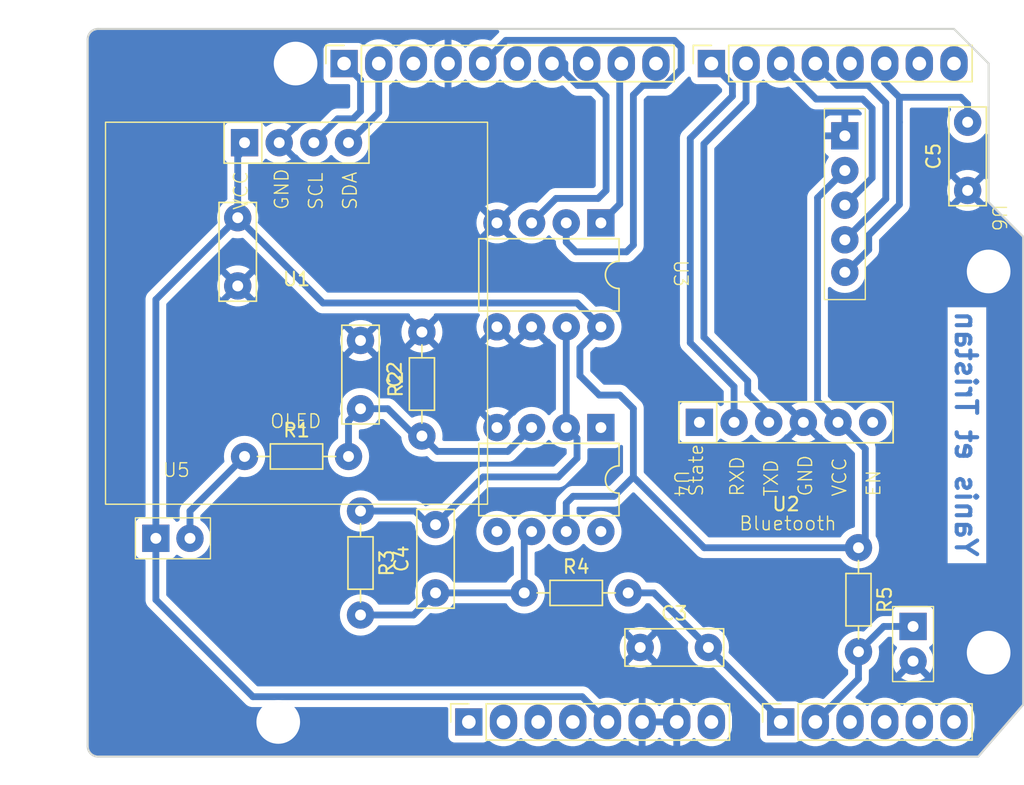
<source format=kicad_pcb>
(kicad_pcb (version 20240108) (generator "pcbnew") (generator_version "8.0")
  (title_block (date "mar. 31 mars 2015"))
  (layers (0 "F.Cu" signal) (31 "B.Cu" signal) (34 "B.Paste" user) (35 "F.Paste" user) (36 "B.SilkS" user "B.Silkscreen") (37 "F.SilkS" user "F.Silkscreen") (38 "B.Mask" user) (39 "F.Mask" user) (44 "Edge.Cuts" user))
  (net 0 "")
  (net 1 "GND")
  (net 3 "+5V")
  (net 4 "/IOREF")
  (net 5 "/A2")
  (net 6 "/A3")
  (net 7 "/12")
  (net 8 "/AREF")
  (net 9 "P13")
  (net 10 "/TX{slash}1")
  (net 11 "/*3")
  (net 12 "/RX{slash}0")
  (net 13 "+3V3")
  (net 14 "VCC")
  (net 15 "/~{RESET}")
  (net 16 "Net-(C2-Pad2)")
  (net 17 "Net-(C4-Pad1)")
  (net 18 "Net-(U3-PB0)")
  (net 21 "/*10")
  (net 22 "P11")
  (net 23 "Net-(U5-OUT)")
  (net 24 "A1")
  (net 25 "P2")
  (net 26 "A5")
  (net 27 "A4")
  (net 28 "A0")
  (net 29 "P7")
  (net 30 "P6")
  (net 31 "P4")
  (net 32 "P5")
  (net 33 "/8")
  (net 34 "P9")
  (footprint "Connector_PinSocket_2.54mm:PinSocket_1x08_P2.54mm_Vertical" (layer "F.Cu") (at 127.94 97.46 90)
    (property "Reference" "J1" (hide yes))
    (property "Value" "Power")
    (fp_line (start 1.33 -1.33) (end 1.33 0) (stroke (width 0.12)) (layer "F.SilkS"))
    (fp_line (start 0 -1.33) (end 1.33 -1.33) (stroke (width 0.12)) (layer "F.SilkS"))
    (fp_line (start 1.33 1.27) (end 1.33 19.11) (stroke (width 0.12)) (layer "F.SilkS"))
    (fp_line (start -1.33 1.27) (end 1.33 1.27) (stroke (width 0.12)) (layer "F.SilkS"))
    (fp_line (start -1.33 1.27) (end -1.33 19.11) (stroke (width 0.12)) (layer "F.SilkS"))
    (fp_line (start -1.33 19.11) (end 1.33 19.11) (stroke (width 0.12)) (layer "F.SilkS"))
    (pad "1" thru_hole rect (at 0 0 90) (size 2 2) (drill 1) (layers "*.Cu" "*.Mask"))
    (pad "2" thru_hole oval (at 0 2.54 90) (size 2.54 2) (drill 1) (layers "*.Cu" "*.Mask") (net 4 "/IOREF"))
    (pad "3" thru_hole oval (at 0 5.08 90) (size 2.54 2) (drill 1) (layers "*.Cu" "*.Mask") (net 15 "/~{RESET}"))
    (pad "4" thru_hole oval (at 0 7.62 90) (size 2.54 2) (drill 1) (layers "*.Cu" "*.Mask") (net 13 "+3V3"))
    (pad "5" thru_hole oval (at 0 10.16 90) (size 2.54 2) (drill 1) (layers "*.Cu" "*.Mask") (net 3 "+5V"))
    (pad "6" thru_hole oval (at 0 12.7 90) (size 2.54 2) (drill 1) (layers "*.Cu" "*.Mask") (net 1 "GND"))
    (pad "7" thru_hole oval (at 0 15.24 90) (size 2.54 2) (drill 1) (layers "*.Cu" "*.Mask") (net 1 "GND"))
    (pad "8" thru_hole oval (at 0 17.78 90) (size 2.54 2) (drill 1) (layers "*.Cu" "*.Mask") (net 14 "VCC"))
  )
  (footprint "Connector_PinSocket_2.54mm:PinSocket_1x06_P2.54mm_Vertical" (layer "F.Cu") (at 150.8 97.46 90)
    (property "Reference" "J3" (hide yes))
    (property "Value" "Analog")
    (fp_line (start 1.33 -1.33) (end 1.33 0) (stroke (width 0.12)) (layer "F.SilkS"))
    (fp_line (start 0 -1.33) (end 1.33 -1.33) (stroke (width 0.12)) (layer "F.SilkS"))
    (fp_line (start 1.33 1.27) (end 1.33 14.03) (stroke (width 0.12)) (layer "F.SilkS"))
    (fp_line (start -1.33 1.27) (end 1.33 1.27) (stroke (width 0.12)) (layer "F.SilkS"))
    (fp_line (start -1.33 1.27) (end -1.33 14.03) (stroke (width 0.12)) (layer "F.SilkS"))
    (fp_line (start -1.33 14.03) (end 1.33 14.03) (stroke (width 0.12)) (layer "F.SilkS"))
    (pad "1" thru_hole rect (at 0 0 90) (size 2 2) (drill 1) (layers "*.Cu" "*.Mask") (net 28 "A0"))
    (pad "2" thru_hole oval (at 0 2.54 90) (size 2.54 2) (drill 1) (layers "*.Cu" "*.Mask") (net 24 "A1"))
    (pad "3" thru_hole oval (at 0 5.08 90) (size 2.54 2) (drill 1) (layers "*.Cu" "*.Mask") (net 5 "/A2"))
    (pad "4" thru_hole oval (at 0 7.62 90) (size 2.54 2) (drill 1) (layers "*.Cu" "*.Mask") (net 6 "/A3"))
    (pad "5" thru_hole oval (at 0 10.16 90) (size 2.54 2) (drill 1) (layers "*.Cu" "*.Mask") (net 27 "A4"))
    (pad "6" thru_hole oval (at 0 12.7 90) (size 2.54 2) (drill 1) (layers "*.Cu" "*.Mask") (net 26 "A5"))
  )
  (footprint "Connector_PinSocket_2.54mm:PinSocket_1x10_P2.54mm_Vertical" (layer "F.Cu") (at 118.796 49.2 90)
    (property "Reference" "J2" (hide yes))
    (property "Value" "Digital/PWM")
    (fp_line (start 1.33 -1.33) (end 1.33 0) (stroke (width 0.12)) (layer "F.SilkS"))
    (fp_line (start 0 -1.33) (end 1.33 -1.33) (stroke (width 0.12)) (layer "F.SilkS"))
    (fp_line (start 1.33 1.27) (end 1.33 24.19) (stroke (width 0.12)) (layer "F.SilkS"))
    (fp_line (start -1.33 1.27) (end 1.33 1.27) (stroke (width 0.12)) (layer "F.SilkS"))
    (fp_line (start -1.33 1.27) (end -1.33 24.19) (stroke (width 0.12)) (layer "F.SilkS"))
    (fp_line (start -1.33 24.19) (end 1.33 24.19) (stroke (width 0.12)) (layer "F.SilkS"))
    (pad "1" thru_hole rect (at 0 0 90) (size 2 2) (drill 1) (layers "*.Cu" "*.Mask") (net 26 "A5"))
    (pad "2" thru_hole oval (at 0 2.54 90) (size 2.54 2) (drill 1) (layers "*.Cu" "*.Mask") (net 27 "A4"))
    (pad "3" thru_hole oval (at 0 5.08 90) (size 2.54 2) (drill 1) (layers "*.Cu" "*.Mask") (net 8 "/AREF"))
    (pad "4" thru_hole oval (at 0 7.62 90) (size 2.54 2) (drill 1) (layers "*.Cu" "*.Mask") (net 1 "GND"))
    (pad "5" thru_hole oval (at 0 10.16 90) (size 2.54 2) (drill 1) (layers "*.Cu" "*.Mask") (net 9 "P13"))
    (pad "6" thru_hole oval (at 0 12.7 90) (size 2.54 2) (drill 1) (layers "*.Cu" "*.Mask") (net 7 "/12"))
    (pad "7" thru_hole oval (at 0 15.24 90) (size 2.54 2) (drill 1) (layers "*.Cu" "*.Mask") (net 22 "P11"))
    (pad "8" thru_hole oval (at 0 17.78 90) (size 2.54 2) (drill 1) (layers "*.Cu" "*.Mask") (net 21 "/*10"))
    (pad "9" thru_hole oval (at 0 20.32 90) (size 2.54 2) (drill 1) (layers "*.Cu" "*.Mask") (net 34 "P9"))
    (pad "10" thru_hole oval (at 0 22.86 90) (size 2.54 2) (drill 1) (layers "*.Cu" "*.Mask") (net 33 "/8"))
  )
  (footprint "Connector_PinSocket_2.54mm:PinSocket_1x08_P2.54mm_Vertical" (layer "F.Cu") (at 145.72 49.2 90)
    (property "Reference" "J4" (hide yes))
    (property "Value" "Digital/PWM")
    (fp_line (start 1.33 -1.33) (end 1.33 0) (stroke (width 0.12)) (layer "F.SilkS"))
    (fp_line (start 0 -1.33) (end 1.33 -1.33) (stroke (width 0.12)) (layer "F.SilkS"))
    (fp_line (start 1.33 1.27) (end 1.33 19.11) (stroke (width 0.12)) (layer "F.SilkS"))
    (fp_line (start -1.33 1.27) (end 1.33 1.27) (stroke (width 0.12)) (layer "F.SilkS"))
    (fp_line (start -1.33 1.27) (end -1.33 19.11) (stroke (width 0.12)) (layer "F.SilkS"))
    (fp_line (start -1.33 19.11) (end 1.33 19.11) (stroke (width 0.12)) (layer "F.SilkS"))
    (pad "1" thru_hole rect (at 0 0 90) (size 2 2) (drill 1) (layers "*.Cu" "*.Mask") (net 29 "P7"))
    (pad "2" thru_hole oval (at 0 2.54 90) (size 2.54 2) (drill 1) (layers "*.Cu" "*.Mask") (net 30 "P6"))
    (pad "3" thru_hole oval (at 0 5.08 90) (size 2.54 2) (drill 1) (layers "*.Cu" "*.Mask") (net 32 "P5"))
    (pad "4" thru_hole oval (at 0 7.62 90) (size 2.54 2) (drill 1) (layers "*.Cu" "*.Mask") (net 31 "P4"))
    (pad "5" thru_hole oval (at 0 10.16 90) (size 2.54 2) (drill 1) (layers "*.Cu" "*.Mask") (net 11 "/*3"))
    (pad "6" thru_hole oval (at 0 12.7 90) (size 2.54 2) (drill 1) (layers "*.Cu" "*.Mask") (net 25 "P2"))
    (pad "7" thru_hole oval (at 0 15.24 90) (size 2.54 2) (drill 1) (layers "*.Cu" "*.Mask") (net 10 "/TX{slash}1"))
    (pad "8" thru_hole oval (at 0 17.78 90) (size 2.54 2) (drill 1) (layers "*.Cu" "*.Mask") (net 12 "/RX{slash}0"))
  )
  (footprint "Librairie_d_empreinte:Capteur" (layer "F.Cu") (at 106.5 79.5)
    (property "Reference" "U5" (at 0 -0.5 0) (layer "F.SilkS") (effects (font (thickness 0.1))))
    (property "Value" "~")
    (fp_rect (start -3 3) (end 2.5 6) (stroke (width 0.1)) (fill none) (layer "F.SilkS"))
    (pad "1" thru_hole rect (at -1.5 4.5) (size 2 2) (drill 0.8) (layers "*.Cu" "*.Mask") (net 3 "+5V"))
    (pad "2" thru_hole circle (at 1 4.5) (size 2 2) (drill 0.8) (layers "*.Cu" "*.Mask") (net 23 "Net-(U5-OUT)"))
  )
  (footprint "Capacitor_THT:C_Disc_D7.0mm_W2.5mm_P5.00mm" (layer "F.Cu") (at 125.5 88 90)
    (property "Reference" "C4" (at 2.5 -2.5 90) (layer "F.SilkS"))
    (property "Value" "0.1µf")
    (fp_line (start 6.12 -1.37) (end 6.12 1.37) (stroke (width 0.12)) (layer "F.SilkS"))
    (fp_line (start -1.12 -1.37) (end 6.12 -1.37) (stroke (width 0.12)) (layer "F.SilkS"))
    (fp_line (start -1.12 -1.37) (end -1.12 1.37) (stroke (width 0.12)) (layer "F.SilkS"))
    (fp_line (start -1.12 1.37) (end 6.12 1.37) (stroke (width 0.12)) (layer "F.SilkS"))
    (pad "1" thru_hole circle (at 0 0 180) (size 2 2) (drill 0.8) (layers "*.Cu" "*.Mask") (net 17 "Net-(C4-Pad1)"))
    (pad "2" thru_hole circle (at 5 0 180) (size 2 2) (drill 0.8) (layers "*.Cu" "*.Mask") (net 18 "Net-(U3-PB0)"))
  )
  (footprint "Librairie_d_empreinte:BLUETOOTH" (layer "F.Cu") (at 151.19 75.5)
    (property "Reference" "U2" (at 0 5.995 0) (layer "F.SilkS"))
    (property "Value" "~")
    (fp_line (start -7.85 -1.5) (end 7.85 -1.5) (stroke (width 0.12)) (layer "F.SilkS"))
    (fp_line (start -7.85 1.5) (end -7.85 -1.5) (stroke (width 0.12)) (layer "F.SilkS"))
    (fp_line (start -5.08 -1.5) (end -5.08 1.5) (stroke (width 0.12)) (layer "F.SilkS"))
    (fp_line (start 7.85 -1.5) (end 7.85 1.5) (stroke (width 0.12)) (layer "F.SilkS"))
    (fp_line (start 7.85 1.5) (end -7.85 1.5) (stroke (width 0.12)) (layer "F.SilkS"))
    (fp_rect (start -7.85 -1.5) (end 7.85 1.5) (stroke (width 0.1)) (fill none) (layer "F.SilkS"))
    (fp_text user "State" (at -6 5.5 90) (layer "F.SilkS") (effects (font (thickness 0.1)) (justify left bottom)))
    (fp_text user "RXD" (at -3 5.5 90) (layer "F.SilkS") (effects (font (thickness 0.1)) (justify left bottom)))
    (fp_text user "VCC" (at 4.5 5.5 90) (layer "F.SilkS") (effects (font (thickness 0.1)) (justify left bottom)))
    (fp_text user "Bluetooth" (at -3.5 7.995 0) (layer "F.SilkS") (effects (font (thickness 0.1)) (justify left bottom)))
    (fp_text user "GND" (at 2 5.5 90) (layer "F.SilkS") (effects (font (thickness 0.1)) (justify left bottom)))
    (fp_text user "TXD" (at -0.5 5.5 90) (layer "F.SilkS") (effects (font (thickness 0.1)) (justify left bottom)))
    (fp_text user "EN" (at 7 5.5 90) (layer "F.SilkS") (effects (font (thickness 0.1)) (justify left bottom)))
    (pad "1" thru_hole rect (at -6.35 0) (size 2 2) (drill 0.8) (layers "*.Cu" "*.Mask"))
    (pad "2" thru_hole circle (at -3.81 0) (size 2 2) (drill 0.8) (layers "*.Cu" "*.Mask") (net 29 "P7"))
    (pad "3" thru_hole circle (at -1.27 0) (size 2 2) (drill 0.8) (layers "*.Cu" "*.Mask") (net 30 "P6"))
    (pad "4" thru_hole circle (at 1.27 0) (size 2 2) (drill 0.8) (layers "*.Cu" "*.Mask") (net 1 "GND"))
    (pad "5" thru_hole circle (at 3.81 0) (size 2 2) (drill 0.8) (layers "*.Cu" "*.Mask") (net 3 "+5V"))
    (pad "6" thru_hole circle (at 6.35 0) (size 2 2) (drill 0.8) (layers "*.Cu" "*.Mask"))
  )
  (footprint "Capacitor_THT:C_Disc_D7.0mm_W2.5mm_P5.00mm" (layer "F.Cu") (at 164.5 58.5 90)
    (property "Reference" "C5" (at 2.5 -2.5 90) (layer "F.SilkS"))
    (property "Value" "100n")
    (fp_line (start 6.12 -1.37) (end 6.12 1.37) (stroke (width 0.12)) (layer "F.SilkS"))
    (fp_line (start -1.12 -1.37) (end 6.12 -1.37) (stroke (width 0.12)) (layer "F.SilkS"))
    (fp_line (start -1.12 -1.37) (end -1.12 1.37) (stroke (width 0.12)) (layer "F.SilkS"))
    (fp_line (start -1.12 1.37) (end 6.12 1.37) (stroke (width 0.12)) (layer "F.SilkS"))
    (pad "1" thru_hole circle (at 0 0 180) (size 2 2) (drill 0.8) (layers "*.Cu" "*.Mask") (net 1 "GND"))
    (pad "2" thru_hole circle (at 5 0 180) (size 2 2) (drill 0.8) (layers "*.Cu" "*.Mask") (net 25 "P2"))
  )
  (footprint "Resistor_THT:R_Axial_DIN0204_L3.6mm_D1.6mm_P7.62mm_Horizontal" (layer "F.Cu") (at 120 82 -90)
    (property "Reference" "R3" (at 3.81 -1.92 90) (layer "F.SilkS"))
    (property "Value" "100k")
    (fp_line (start 1.89 0.92) (end 5.73 0.92) (stroke (width 0.12)) (layer "F.SilkS"))
    (fp_line (start 5.73 0.92) (end 5.73 -0.92) (stroke (width 0.12)) (layer "F.SilkS"))
    (fp_line (start 0.94 0) (end 1.89 0) (stroke (width 0.12)) (layer "F.SilkS"))
    (fp_line (start 6.68 0) (end 5.73 0) (stroke (width 0.12)) (layer "F.SilkS"))
    (fp_line (start 1.89 -0.92) (end 1.89 0.92) (stroke (width 0.12)) (layer "F.SilkS"))
    (fp_line (start 5.73 -0.92) (end 1.89 -0.92) (stroke (width 0.12)) (layer "F.SilkS"))
    (pad "1" thru_hole circle (at 0 0) (size 2 2) (drill 0.8) (layers "*.Cu" "*.Mask") (net 18 "Net-(U3-PB0)"))
    (pad "2" thru_hole circle (at 7.62 0) (size 2 2) (drill 0.8) (layers "*.Cu" "*.Mask") (net 17 "Net-(C4-Pad1)"))
  )
  (footprint "Librairie_d_empreinte:Flex" (layer "F.Cu") (at 166 92 -90)
    (property "Reference" "U7" (at 0 -0.5 -90) (layer "F.SilkS") (effects (font (thickness 0.1))))
    (property "Value" "~")
    (fp_rect (start -3 4) (end 2.5 7) (stroke (width 0.1)) (fill none) (layer "F.SilkS"))
    (pad "1" thru_hole rect (at -1.54 5.5) (size 2 2) (drill 0.8) (layers "*.Cu" "*.Mask") (net 24 "A1"))
    (pad "2" thru_hole circle (at 1 5.5) (size 2 2) (drill 0.8) (layers "*.Cu" "*.Mask") (net 1 "GND"))
  )
  (footprint "Capacitor_THT:C_Disc_D7.0mm_W2.5mm_P5.00mm" (layer "F.Cu") (at 140.5 92)
    (property "Reference" "C3" (at 2.5 -2.5 0) (layer "F.SilkS"))
    (property "Value" "100nf")
    (fp_line (start -1.12 -1.37) (end -1.12 1.37) (stroke (width 0.12)) (layer "F.SilkS"))
    (fp_line (start -1.12 -1.37) (end 6.12 -1.37) (stroke (width 0.12)) (layer "F.SilkS"))
    (fp_line (start -1.12 1.37) (end 6.12 1.37) (stroke (width 0.12)) (layer "F.SilkS"))
    (fp_line (start 6.12 -1.37) (end 6.12 1.37) (stroke (width 0.12)) (layer "F.SilkS"))
    (pad "1" thru_hole circle (at 0 0 90) (size 2 2) (drill 0.8) (layers "*.Cu" "*.Mask") (net 1 "GND"))
    (pad "2" thru_hole circle (at 5 0 90) (size 2 2) (drill 0.8) (layers "*.Cu" "*.Mask") (net 28 "A0"))
  )
  (footprint "Librairie_d_empreinte:MCP41050" (layer "F.Cu") (at 142.97 64.58 -90)
    (property "Reference" "U3" (at 0 -0.5 -90) (layer "F.SilkS") (effects (font (thickness 0.1))))
    (property "Value" "MCP41050")
    (fp_line (start -2.54 14.3) (end 2.76 14.3) (stroke (width 0.12)) (layer "F.SilkS"))
    (fp_line (start 2.76 14.3) (end 2.76 4.02) (stroke (width 0.12)) (layer "F.SilkS"))
    (fp_line (start -2.54 4.02) (end -2.54 14.3) (stroke (width 0.12)) (layer "F.SilkS"))
    (fp_line (start -0.89 4.02) (end -2.54 4.02) (stroke (width 0.12)) (layer "F.SilkS"))
    (fp_line (start 2.76 4.02) (end 1.11 4.02) (stroke (width 0.12)) (layer "F.SilkS"))
    (fp_arc (start 1.11 4.02) (mid 0.11 5.02) (end -0.89 4.02) (stroke (width 0.12)) (layer "F.SilkS"))
    (pad "1" thru_hole rect (at -3.7 5.35 270) (size 2 2) (drill 0.8) (layers "*.Cu" "*.Mask") (net 34 "P9"))
    (pad "2" thru_hole circle (at -3.7 7.89 270) (size 2 2) (drill 0.8) (layers "*.Cu" "*.Mask") (net 9 "P13"))
    (pad "3" thru_hole circle (at -3.7 10.43 270) (size 2 2) (drill 0.8) (layers "*.Cu" "*.Mask") (net 22 "P11"))
    (pad "4" thru_hole circle (at -3.7 12.97 270) (size 2 2) (drill 0.8) (layers "*.Cu" "*.Mask") (net 1 "GND"))
    (pad "5" thru_hole circle (at 3.92 12.97 270) (size 2 2) (drill 0.8) (layers "*.Cu" "*.Mask") (net 1 "GND"))
    (pad "6" thru_hole circle (at 3.92 10.43 270) (size 2 2) (drill 0.8) (layers "*.Cu" "*.Mask") (net 1 "GND"))
    (pad "7" thru_hole circle (at 3.92 7.89 270) (size 2 2) (drill 0.8) (layers "*.Cu" "*.Mask") (net 18 "Net-(U3-PB0)"))
    (pad "8" thru_hole circle (at 3.92 5.35 270) (size 2 2) (drill 0.8) (layers "*.Cu" "*.Mask") (net 3 "+5V"))
  )
  (footprint "Capacitor_THT:C_Disc_D7.0mm_W2.5mm_P5.00mm" (layer "F.Cu") (at 111 60.5 -90)
    (property "Reference" "C1" (hide yes))
    (property "Value" "1pf")
    (fp_line (start -1.12 1.37) (end 6.12 1.37) (stroke (width 0.12)) (layer "F.SilkS"))
    (fp_line (start -1.12 -1.37) (end -1.12 1.37) (stroke (width 0.12)) (layer "F.SilkS"))
    (fp_line (start -1.12 -1.37) (end 6.12 -1.37) (stroke (width 0.12)) (layer "F.SilkS"))
    (fp_line (start 6.12 -1.37) (end 6.12 1.37) (stroke (width 0.12)) (layer "F.SilkS"))
    (pad "1" thru_hole circle (at 0 0) (size 2 2) (drill 0.8) (layers "*.Cu" "*.Mask") (net 3 "+5V"))
    (pad "2" thru_hole circle (at 5 0) (size 2 2) (drill 0.8) (layers "*.Cu" "*.Mask") (net 1 "GND"))
  )
  (footprint "Resistor_THT:R_Axial_DIN0204_L3.6mm_D1.6mm_P7.62mm_Horizontal" (layer "F.Cu") (at 132 88)
    (property "Reference" "R4" (at 3.81 -1.92 0) (layer "F.SilkS"))
    (property "Value" "1k")
    (fp_line (start 0.94 0) (end 1.89 0) (stroke (width 0.12)) (layer "F.SilkS"))
    (fp_line (start 1.89 -0.92) (end 1.89 0.92) (stroke (width 0.12)) (layer "F.SilkS"))
    (fp_line (start 1.89 0.92) (end 5.73 0.92) (stroke (width 0.12)) (layer "F.SilkS"))
    (fp_line (start 5.73 -0.92) (end 1.89 -0.92) (stroke (width 0.12)) (layer "F.SilkS"))
    (fp_line (start 5.73 0.92) (end 5.73 -0.92) (stroke (width 0.12)) (layer "F.SilkS"))
    (fp_line (start 6.68 0) (end 5.73 0) (stroke (width 0.12)) (layer "F.SilkS"))
    (pad "1" thru_hole circle (at 0 0 90) (size 2 2) (drill 0.8) (layers "*.Cu" "*.Mask") (net 17 "Net-(C4-Pad1)"))
    (pad "2" thru_hole circle (at 7.62 0 90) (size 2 2) (drill 0.8) (layers "*.Cu" "*.Mask") (net 28 "A0"))
  )
  (footprint "Arduino_MountingHole:MountingHole_3.2mm" (layer "F.Cu") (at 115.24 49.2)
    (property "Reference" "MH1" (hide yes))
    (property "Value" "MountingHole_3.2mm" (hide yes))
    (pad "" np_thru_hole circle (at 0 0) (size 3.2 3.2) (drill 3.2) (layers "*.Cu" "*.Mask"))
  )
  (footprint "Resistor_THT:R_Axial_DIN0204_L3.6mm_D1.6mm_P7.62mm_Horizontal" (layer "F.Cu") (at 156.5 84.69 -90)
    (property "Reference" "R5" (at 3.81 -1.92 90) (layer "F.SilkS"))
    (property "Value" "47k")
    (fp_line (start 1.89 0.92) (end 5.73 0.92) (stroke (width 0.12)) (layer "F.SilkS"))
    (fp_line (start 5.73 0.92) (end 5.73 -0.92) (stroke (width 0.12)) (layer "F.SilkS"))
    (fp_line (start 0.94 0) (end 1.89 0) (stroke (width 0.12)) (layer "F.SilkS"))
    (fp_line (start 6.68 0) (end 5.73 0) (stroke (width 0.12)) (layer "F.SilkS"))
    (fp_line (start 1.89 -0.92) (end 1.89 0.92) (stroke (width 0.12)) (layer "F.SilkS"))
    (fp_line (start 5.73 -0.92) (end 1.89 -0.92) (stroke (width 0.12)) (layer "F.SilkS"))
    (pad "1" thru_hole circle (at 0 0) (size 2 2) (drill 0.8) (layers "*.Cu" "*.Mask") (net 3 "+5V"))
    (pad "2" thru_hole circle (at 7.62 0) (size 2 2) (drill 0.8) (layers "*.Cu" "*.Mask") (net 24 "A1"))
  )
  (footprint "Resistor_THT:R_Axial_DIN0204_L3.6mm_D1.6mm_P7.62mm_Horizontal" (layer "F.Cu") (at 124.5 76.5 90)
    (property "Reference" "R2" (at 3.81 -1.92 90) (layer "F.SilkS"))
    (property "Value" "100k")
    (fp_line (start 5.73 -0.92) (end 1.89 -0.92) (stroke (width 0.12)) (layer "F.SilkS"))
    (fp_line (start 1.89 -0.92) (end 1.89 0.92) (stroke (width 0.12)) (layer "F.SilkS"))
    (fp_line (start 6.68 0) (end 5.73 0) (stroke (width 0.12)) (layer "F.SilkS"))
    (fp_line (start 0.94 0) (end 1.89 0) (stroke (width 0.12)) (layer "F.SilkS"))
    (fp_line (start 5.73 0.92) (end 5.73 -0.92) (stroke (width 0.12)) (layer "F.SilkS"))
    (fp_line (start 1.89 0.92) (end 5.73 0.92) (stroke (width 0.12)) (layer "F.SilkS"))
    (pad "1" thru_hole circle (at 0 0 180) (size 2 2) (drill 0.8) (layers "*.Cu" "*.Mask") (net 16 "Net-(C2-Pad2)"))
    (pad "2" thru_hole circle (at 7.62 0 180) (size 2 2) (drill 0.8) (layers "*.Cu" "*.Mask") (net 1 "GND"))
  )
  (footprint "Librairie_d_empreinte:Keyes KY_040" (layer "F.Cu") (at 161 59.5 -90)
    (property "Reference" "U6" (at 1.005 -5.81 -90) (layer "F.SilkS") (effects (font (thickness 0.1))))
    (property "Value" "~")
    (fp_rect (start -7 4) (end 7 7) (stroke (width 0.1)) (fill none) (layer "F.SilkS"))
    (pad "1" thru_hole rect (at -5 5.5) (size 2 2) (drill 0.8) (layers "*.Cu" "*.Mask") (net 1 "GND"))
    (pad "2" thru_hole circle (at -2.46 5.5) (size 2 2) (drill 0.8) (layers "*.Cu" "*.Mask") (net 3 "+5V"))
    (pad "3" thru_hole circle (at 0.08 5.5) (size 2 2) (drill 0.8) (layers "*.Cu" "*.Mask") (net 32 "P5"))
    (pad "4" thru_hole circle (at 2.62 5.5) (size 2 2) (drill 0.8) (layers "*.Cu" "*.Mask") (net 31 "P4"))
    (pad "5" thru_hole circle (at 5 5.5) (size 2 2) (drill 0.8) (layers "*.Cu" "*.Mask") (net 25 "P2"))
  )
  (footprint "Librairie_d_empreinte:OLED" (layer "F.Cu") (at 115.31 55)
    (property "Reference" "U1" (at 0 10 0) (layer "F.SilkS"))
    (property "Value" "~")
    (fp_line (start -5.31 -1.5) (end 5.31 -1.5) (stroke (width 0.12)) (layer "F.SilkS"))
    (fp_line (start -5.31 1.5) (end -5.31 -1.5) (stroke (width 0.12)) (layer "F.SilkS"))
    (fp_line (start -2.54 -1.5) (end -2.54 1.5) (stroke (width 0.12)) (layer "F.SilkS"))
    (fp_line (start 5.31 -1.5) (end 5.31 1.5) (stroke (width 0.12)) (layer "F.SilkS"))
    (fp_line (start 5.31 1.5) (end -5.31 1.5) (stroke (width 0.12)) (layer "F.SilkS"))
    (fp_rect (start -14 -1.5) (end 14 26.5) (stroke (width 0.1)) (fill none) (layer "F.SilkS"))
    (fp_text user "SCL" (at 2 5 90) (layer "F.SilkS") (effects (font (thickness 0.1)) (justify left bottom)))
    (fp_text user "OLED" (at -2 21 0) (layer "F.SilkS") (effects (font (thickness 0.1)) (justify left bottom)))
    (fp_text user "SDA" (at 4.5 5 90) (layer "F.SilkS") (effects (font (thickness 0.1)) (justify left bottom)))
    (fp_text user "VCC" (at -3.5 5 90) (layer "F.SilkS") (effects (font (thickness 0.1)) (justify left bottom)))
    (fp_text user "GND" (at -0.5 5 90) (layer "F.SilkS") (effects (font (thickness 0.1)) (justify left bottom)))
    (pad "1" thru_hole rect (at -3.81 0) (size 2 2) (drill 0.8) (layers "*.Cu" "*.Mask") (net 3 "+5V"))
    (pad "2" thru_hole circle (at -1.27 0) (size 2 2) (drill 0.8) (layers "*.Cu" "*.Mask") (net 1 "GND"))
    (pad "3" thru_hole circle (at 1.27 0) (size 2 2) (drill 0.8) (layers "*.Cu" "*.Mask") (net 26 "A5"))
    (pad "4" thru_hole circle (at 3.81 0) (size 2 2) (drill 0.8) (layers "*.Cu" "*.Mask") (net 27 "A4"))
  )
  (footprint "Resistor_THT:R_Axial_DIN0204_L3.6mm_D1.6mm_P7.62mm_Horizontal" (layer "F.Cu") (at 111.5 78)
    (property "Reference" "R1" (at 3.81 -1.92 0) (layer "F.SilkS"))
    (property "Value" "10k")
    (fp_line (start 0.94 0) (end 1.89 0) (stroke (width 0.12)) (layer "F.SilkS"))
    (fp_line (start 1.89 -0.92) (end 1.89 0.92) (stroke (width 0.12)) (layer "F.SilkS"))
    (fp_line (start 1.89 0.92) (end 5.73 0.92) (stroke (width 0.12)) (layer "F.SilkS"))
    (fp_line (start 5.73 -0.92) (end 1.89 -0.92) (stroke (width 0.12)) (layer "F.SilkS"))
    (fp_line (start 5.73 0.92) (end 5.73 -0.92) (stroke (width 0.12)) (layer "F.SilkS"))
    (fp_line (start 6.68 0) (end 5.73 0) (stroke (width 0.12)) (layer "F.SilkS"))
    (pad "1" thru_hole circle (at 0 0 90) (size 2 2) (drill 0.8) (layers "*.Cu" "*.Mask") (net 23 "Net-(U5-OUT)"))
    (pad "2" thru_hole circle (at 7.62 0 90) (size 2 2) (drill 0.8) (layers "*.Cu" "*.Mask") (net 16 "Net-(C2-Pad2)"))
  )
  (footprint "Librairie_d_empreinte:LTC1050" (layer "F.Cu") (at 143 80 -90)
    (property "Reference" "U4" (at 0 -0.5 -90) (layer "F.SilkS") (effects (font (thickness 0.1))))
    (property "Value" "LTC1050")
    (fp_line (start -2.96 14.33) (end 2.34 14.33) (stroke (width 0.12)) (layer "F.SilkS"))
    (fp_line (start 2.34 14.33) (end 2.34 4.05) (stroke (width 0.12)) (layer "F.SilkS"))
    (fp_line (start -2.96 4.05) (end -2.96 14.33) (stroke (width 0.12)) (layer "F.SilkS"))
    (fp_line (start -1.31 4.05) (end -2.96 4.05) (stroke (width 0.12)) (layer "F.SilkS"))
    (fp_line (start 2.34 4.05) (end 0.69 4.05) (stroke (width 0.12)) (layer "F.SilkS"))
    (fp_arc (start 0.69 4.05) (mid -0.31 5.05) (end -1.31 4.05) (stroke (width 0.12)) (layer "F.SilkS"))
    (pad "1" thru_hole rect (at -4.12 5.38 270) (size 2 2) (drill 0.8) (layers "*.Cu" "*.Mask"))
    (pad "2" thru_hole circle (at -4.12 7.92 270) (size 2 2) (drill 0.8) (layers "*.Cu" "*.Mask") (net 18 "Net-(U3-PB0)"))
    (pad "3" thru_hole circle (at -4.12 10.46 270) (size 2 2) (drill 0.8) (layers "*.Cu" "*.Mask") (net 16 "Net-(C2-Pad2)"))
    (pad "4" thru_hole circle (at -4.12 13 270) (size 2 2) (drill 0.8) (layers "*.Cu" "*.Mask") (net 1 "GND"))
    (pad "5" thru_hole circle (at 3.5 13 270) (size 2 2) (drill 0.8) (layers "*.Cu" "*.Mask"))
    (pad "6" thru_hole circle (at 3.5 10.46 270) (size 2 2) (drill 0.8) (layers "*.Cu" "*.Mask") (net 17 "Net-(C4-Pad1)"))
    (pad "7" thru_hole circle (at 3.5 7.92 270) (size 2 2) (drill 0.8) (layers "*.Cu" "*.Mask") (net 3 "+5V"))
    (pad "8" thru_hole circle (at 3.5 5.38 270) (size 2 2) (drill 0.8) (layers "*.Cu" "*.Mask"))
  )
  (footprint "Arduino_MountingHole:MountingHole_3.2mm" (layer "F.Cu") (at 113.97 97.46)
    (property "Reference" "MH2" (hide yes))
    (property "Value" "MountingHole_3.2mm" (hide yes))
    (pad "" np_thru_hole circle (at 0 0) (size 3.2 3.2) (drill 3.2) (layers "*.Cu" "*.Mask"))
  )
  (footprint "Arduino_MountingHole:MountingHole_3.2mm" (layer "F.Cu") (at 166.04 64.44)
    (property "Reference" "MH3" (hide yes))
    (property "Value" "MountingHole_3.2mm" (hide yes))
    (pad "" np_thru_hole circle (at 0 0) (size 3.2 3.2) (drill 3.2) (layers "*.Cu" "*.Mask"))
  )
  (footprint "Arduino_MountingHole:MountingHole_3.2mm" (layer "F.Cu") (at 166.04 92.38)
    (property "Reference" "MH4" (hide yes))
    (property "Value" "MountingHole_3.2mm" (hide yes))
    (pad "" np_thru_hole circle (at 0 0) (size 3.2 3.2) (drill 3.2) (layers "*.Cu" "*.Mask"))
  )
  (footprint "Capacitor_THT:C_Disc_D7.0mm_W2.5mm_P5.00mm" (layer "F.Cu") (at 120 69.5 -90)
    (property "Reference" "C2" (at 2.5 -2.5 90) (layer "F.SilkS"))
    (property "Value" "100nf")
    (fp_line (start -1.12 1.37) (end 6.12 1.37) (stroke (width 0.12)) (layer "F.SilkS"))
    (fp_line (start -1.12 -1.37) (end -1.12 1.37) (stroke (width 0.12)) (layer "F.SilkS"))
    (fp_line (start -1.12 -1.37) (end 6.12 -1.37) (stroke (width 0.12)) (layer "F.SilkS"))
    (fp_line (start 6.12 -1.37) (end 6.12 1.37) (stroke (width 0.12)) (layer "F.SilkS"))
    (pad "1" thru_hole circle (at 0 0) (size 2 2) (drill 0.8) (layers "*.Cu" "*.Mask") (net 1 "GND"))
    (pad "2" thru_hole circle (at 5 0) (size 2 2) (drill 0.8) (layers "*.Cu" "*.Mask") (net 16 "Net-(C2-Pad2)"))
  )
  (gr_line (start 166.04 59.36) (end 168.58 61.9) (stroke (width 0.15)) (layer "Edge.Cuts"))
  (gr_line (start 100 99.238) (end 100 47.422) (stroke (width 0.15)) (layer "Edge.Cuts"))
  (gr_line (start 168.58 61.9) (end 168.58 96.19) (stroke (width 0.15)) (layer "Edge.Cuts"))
  (gr_line (start 165.278 100) (end 100.762 100) (stroke (width 0.15)) (layer "Edge.Cuts"))
  (gr_line (start 100.762 46.66) (end 163.5 46.66) (stroke (width 0.15)) (layer "Edge.Cuts"))
  (gr_arc (start 100.762 100) (mid 100.223185 99.776815) (end 100 99.238) (stroke (width 0.15)) (layer "Edge.Cuts"))
  (gr_line (start 163.5 46.66) (end 166.04 49.2) (stroke (width 0.15)) (layer "Edge.Cuts"))
  (gr_line (start 166.04 49.2) (end 166.04 59.36) (stroke (width 0.15)) (layer "Edge.Cuts"))
  (gr_line (start 168.58 96.19) (end 165.278 100) (stroke (width 0.15)) (layer "Edge.Cuts"))
  (gr_arc (start 100 47.422) (mid 100.223185 46.883185) (end 100.762 46.66) (stroke (width 0.15)) (layer "Edge.Cuts"))
  (gr_text "Yanis et Tristan" (at 163.5 85.5 -90) (layer "B.Cu") (effects (font (size 1.5 1.5) (thickness 0.3) (bold yes)) (justify left bottom mirror)))
  (segment (start 136.25 95.61) (end 112.11 95.61) (width 0.5) (layer "B.Cu") (net 3))
  (segment (start 117.25 66.75) (end 111 60.5) (width 0.5) (layer "B.Cu") (net 3))
  (segment (start 138.58 80.92) (end 135.58 80.92) (width 0.5) (layer "B.Cu") (net 3))
  (segment (start 153.5 73.934874) (end 153.5 59.04) (width 0.5) (layer "B.Cu") (net 3))
  (segment (start 112.11 95.61) (end 105 88.5) (width 0.5) (layer "B.Cu") (net 3))
  (segment (start 111.5 55.5) (end 111 56) (width 0.5) (layer "B.Cu") (net 3))
  (segment (start 140 79.5) (end 138.58 80.92) (width 0.5) (layer "B.Cu") (net 3))
  (segment (start 105 66.5) (end 105 84) (width 0.5) (layer "B.Cu") (net 3))
  (segment (start 111.5 55) (end 111.5 55.5) (width 0.5) (layer "B.Cu") (net 3))
  (segment (start 135.58 80.92) (end 135.08 81.42) (width 0.5) (layer "B.Cu") (net 3))
  (segment (start 136.08 70.04) (end 137.62 68.5) (width 0.5) (layer "B.Cu") (net 3))
  (segment (start 135.87 66.75) (end 117.25 66.75) (width 0.5) (layer "B.Cu") (net 3))
  (segment (start 135.08 81.42) (end 135.08 83.5) (width 0.5) (layer "B.Cu") (net 3))
  (segment (start 157 77.434874) (end 153.5 73.934874) (width 0.5) (layer "B.Cu") (net 3))
  (segment (start 136.08 72.08) (end 136.08 70.04) (width 0.5) (layer "B.Cu") (net 3))
  (segment (start 156.5 84.69) (end 145.19 84.69) (width 0.5) (layer "B.Cu") (net 3))
  (segment (start 140 74.5) (end 139 73.5) (width 0.5) (layer "B.Cu") (net 3))
  (segment (start 111 56) (end 111 60.5) (width 0.5) (layer "B.Cu") (net 3))
  (segment (start 139 73.5) (end 137.5 73.5) (width 0.5) (layer "B.Cu") (net 3))
  (segment (start 137.62 68.5) (end 135.87 66.75) (width 0.5) (layer "B.Cu") (net 3))
  (segment (start 153.5 59.04) (end 155.5 57.04) (width 0.5) (layer "B.Cu") (net 3))
  (segment (start 156.5 84.69) (end 157 84.19) (width 0.5) (layer "B.Cu") (net 3))
  (segment (start 137.5 73.5) (end 136.08 72.08) (width 0.5) (layer "B.Cu") (net 3))
  (segment (start 111 60.5) (end 105 66.5) (width 0.5) (layer "B.Cu") (net 3))
  (segment (start 105 84) (end 105 88.5) (width 0.5) (layer "B.Cu") (net 3))
  (segment (start 140 79.5) (end 140 74.5) (width 0.5) (layer "B.Cu") (net 3))
  (segment (start 138.1 97.46) (end 136.25 95.61) (width 0.5) (layer "B.Cu") (net 3))
  (segment (start 145.19 84.69) (end 140 79.5) (width 0.5) (layer "B.Cu") (net 3))
  (segment (start 157 84.19) (end 157 77.434874) (width 0.5) (layer "B.Cu") (net 3))
  (segment (start 130.656 47.5) (end 128.956 49.2) (width 0.5) (layer "B.Cu") (net 9))
  (segment (start 140 51.5) (end 140.7 50.8) (width 0.5) (layer "B.Cu") (net 9))
  (segment (start 140 62.5) (end 140 51.5) (width 0.5) (layer "B.Cu") (net 9))
  (segment (start 142.318742 50.8) (end 143.5 49.618742) (width 0.5) (layer "B.Cu") (net 9))
  (segment (start 135.785787 63) (end 139.5 63) (width 0.5) (layer "B.Cu") (net 9))
  (segment (start 143.5 48) (end 143 47.5) (width 0.5) (layer "B.Cu") (net 9))
  (segment (start 135.08 60.88) (end 135.08 62.294213) (width 0.5) (layer "B.Cu") (net 9))
  (segment (start 135.08 62.294213) (end 135.785787 63) (width 0.5) (layer "B.Cu") (net 9))
  (segment (start 143.5 49.618742) (end 143.5 48) (width 0.5) (layer "B.Cu") (net 9))
  (segment (start 143 47.5) (end 130.656 47.5) (width 0.5) (layer "B.Cu") (net 9))
  (segment (start 140.7 50.8) (end 142.318742 50.8) (width 0.5) (layer "B.Cu") (net 9))
  (segment (start 139.5 63) (end 140 62.5) (width 0.5) (layer "B.Cu") (net 9))
  (segment (start 122 74.5) (end 120 74.5) (width 0.5) (layer "B.Cu") (net 16))
  (segment (start 124.5 76.5) (end 124 76.5) (width 0.5) (layer "B.Cu") (net 16))
  (segment (start 125.63 77.63) (end 124.5 76.5) (width 0.5) (layer "B.Cu") (net 16))
  (segment (start 119.12 78) (end 119.12 75.38) (width 0.5) (layer "B.Cu") (net 16))
  (segment (start 130.79 77.63) (end 125.63 77.63) (width 0.5) (layer "B.Cu") (net 16))
  (segment (start 132.54 75.88) (end 130.79 77.63) (width 0.5) (layer "B.Cu") (net 16))
  (segment (start 119.12 75.38) (end 120 74.5) (width 0.5) (layer "B.Cu") (net 16))
  (segment (start 124 76.5) (end 122 74.5) (width 0.5) (layer "B.Cu") (net 16))
  (segment (start 123.88 89.62) (end 120 89.62) (width 0.5) (layer "B.Cu") (net 17))
  (segment (start 125.5 88) (end 123.88 89.62) (width 0.5) (layer "B.Cu") (net 17))
  (segment (start 125.5 88) (end 132 88) (width 0.5) (layer "B.Cu") (net 17))
  (segment (start 132 88) (end 132 84.04) (width 0.5) (layer "B.Cu") (net 17))
  (segment (start 132 84.04) (end 132.54 83.5) (width 0.5) (layer "B.Cu") (net 17))
  (segment (start 135.87 76.67) (end 135.87 78.13) (width 0.5) (layer "B.Cu") (net 18))
  (segment (start 135.87 78.13) (end 134.5 79.5) (width 0.5) (layer "B.Cu") (net 18))
  (segment (start 135.08 75.88) (end 135.87 76.67) (width 0.5) (layer "B.Cu") (net 18))
  (segment (start 125 83) (end 124 82) (width 0.5) (layer "B.Cu") (net 18))
  (segment (start 135.08 68.5) (end 135.08 75.88) (width 0.5) (layer "B.Cu") (net 18))
  (segment (start 129 79.5) (end 125.5 83) (width 0.5) (layer "B.Cu") (net 18))
  (segment (start 125.5 83) (end 125 83) (width 0.5) (layer "B.Cu") (net 18))
  (segment (start 134.5 79.5) (end 129 79.5) (width 0.5) (layer "B.Cu") (net 18))
  (segment (start 124 82) (end 120 82) (width 0.5) (layer "B.Cu") (net 18))
  (segment (start 137.414214 59.085786) (end 134.334214 59.085786) (width 0.5) (layer "B.Cu") (net 22))
  (segment (start 134.976 49.2) (end 134.976 49.862742) (width 0.5) (layer "B.Cu") (net 22))
  (segment (start 134.976 49.862742) (end 135.913258 50.8) (width 0.5) (layer "B.Cu") (net 22))
  (segment (start 137.218 50.8) (end 138 51.582) (width 0.5) (layer "B.Cu") (net 22))
  (segment (start 134.334214 59.085786) (end 132.54 60.88) (width 0.5) (layer "B.Cu") (net 22))
  (segment (start 134.036 49.2) (end 134.976 49.2) (width 0.5) (layer "B.Cu") (net 22))
  (segment (start 135.913258 50.8) (end 137.218 50.8) (width 0.5) (layer "B.Cu") (net 22))
  (segment (start 138 58.5) (end 137.414214 59.085786) (width 0.5) (layer "B.Cu") (net 22))
  (segment (start 138 51.582) (end 138 58.5) (width 0.5) (layer "B.Cu") (net 22))
  (segment (start 111.5 78) (end 107.5 82) (width 0.5) (layer "B.Cu") (net 23))
  (segment (start 107.5 82) (end 107.5 84) (width 0.5) (layer "B.Cu") (net 23))
  (segment (start 156.5 94.3) (end 153.34 97.46) (width 0.5) (layer "B.Cu") (net 24))
  (segment (start 158.35 90.46) (end 156.5 92.31) (width 0.5) (layer "B.Cu") (net 24))
  (segment (start 160.5 90.46) (end 158.35 90.46) (width 0.5) (layer "B.Cu") (net 24))
  (segment (start 156.5 92.31) (end 156.5 94.3) (width 0.5) (layer "B.Cu") (net 24))
  (segment (start 159.5 51.671572) (end 158.42 50.591572) (width 0.5) (layer "B.Cu") (net 25))
  (segment (start 159.5 59.534214) (end 159.5 53.5) (width 0.5) (layer "B.Cu") (net 25))
  (segment (start 159.5 51.671572) (end 164 51.671572) (width 0.5) (layer "B.Cu") (net 25))
  (segment (start 157.25 62.844874) (end 157.25 61.784214) (width 0.5) (layer "B.Cu") (net 25))
  (segment (start 164 51.671572) (end 164.5 52.171572) (width 0.5) (layer "B.Cu") (net 25))
  (segment (start 155.5 64.5) (end 155.594874 64.5) (width 0.5) (layer "B.Cu") (net 25))
  (segment (start 158.42 50.591572) (end 158.42 49.2) (width 0.5) (layer "B.Cu") (net 25))
  (segment (start 159.5 53.5) (end 159.5 51.671572) (width 0.5) (layer "B.Cu") (net 25))
  (segment (start 155.594874 64.5) (end 157.25 62.844874) (width 0.5) (layer "B.Cu") (net 25))
  (segment (start 164.5 52.171572) (end 164.5 53.5) (width 0.5) (layer "B.Cu") (net 25))
  (segment (start 157.25 61.784214) (end 159.5 59.534214) (width 0.5) (layer "B.Cu") (net 25))
  (segment (start 119.455786 53.25) (end 120 52.705786) (width 0.5) (layer "B.Cu") (net 26))
  (segment (start 118.33 53.25) (end 119.455786 53.25) (width 0.5) (layer "B.Cu") (net 26))
  (segment (start 116.58 55) (end 118.33 53.25) (width 0.5) (layer "B.Cu") (net 26))
  (segment (start 120 50.404) (end 118.796 49.2) (width 0.5) (layer "B.Cu") (net 26))
  (segment (start 120 52.705786) (end 120 50.404) (width 0.5) (layer "B.Cu") (net 26))
  (segment (start 121.336 52.784) (end 121.336 49.2) (width 0.5) (layer "B.Cu") (net 27))
  (segment (start 119.12 55) (end 121.336 52.784) (width 0.5) (layer "B.Cu") (net 27))
  (segment (start 150.8 97.3) (end 150.8 97.46) (width 0.5) (layer "B.Cu") (net 28))
  (segment (start 139.62 88) (end 141.5 88) (width 0.5) (layer "B.Cu") (net 28))
  (segment (start 141.5 88) (end 145.5 92) (width 0.5) (layer "B.Cu") (net 28))
  (segment (start 145.5 92) (end 150.8 97.3) (width 0.5) (layer "B.Cu") (net 28))
  (segment (start 144.169999 54.678529) (end 144.169999 69.669999) (width 0.5) (layer "B.Cu") (net 29))
  (segment (start 147.38 72.88) (end 147.38 75.5) (width 0.5) (layer "B.Cu") (net 29))
  (segment (start 145.72 49.2) (end 147.26 50.74) (width 0.5) (layer "B.Cu") (net 29))
  (segment (start 144.169999 69.669999) (end 147.38 72.88) (width 0.5) (layer "B.Cu") (net 29))
  (segment (start 147.26 51.588528) (end 144.169999 54.678529) (width 0.5) (layer "B.Cu") (net 29))
  (segment (start 147.26 50.74) (end 147.26 51.588528) (width 0.5) (layer "B.Cu") (net 29))
  (segment (start 145.17 55.092742) (end 145.17 69.255786) (width 0.5) (layer "B.Cu") (net 30))
  (segment (start 148.380001 72.465787) (end 148.380001 73.380001) (width 0.5) (layer "B.Cu") (net 30))
  (segment (start 148.26 49.2) (end 148.26 52.002742) (width 0.5) (layer "B.Cu") (net 30))
  (segment (start 149.92 74.92) (end 149.92 75.5) (width 0.5) (layer "B.Cu") (net 30))
  (segment (start 145.17 69.255786) (end 148.380001 72.465787) (width 0.5) (layer "B.Cu") (net 30))
  (segment (start 148.380001 73.380001) (end 149.92 74.92) (width 0.5) (layer "B.Cu") (net 30))
  (segment (start 148.26 52.002742) (end 145.17 55.092742) (width 0.5) (layer "B.Cu") (net 30))
  (segment (start 158.5 59.12) (end 155.5 62.12) (width 0.5) (layer "B.Cu") (net 31))
  (segment (start 157.214214 50.8) (end 158.5 52.085786) (width 0.5) (layer "B.Cu") (net 31))
  (segment (start 153.34 49.2) (end 154.94 50.8) (width 0.5) (layer "B.Cu") (net 31))
  (segment (start 158.5 52.085786) (end 158.5 59.12) (width 0.5) (layer "B.Cu") (net 31))
  (segment (start 154.94 50.8) (end 157.214214 50.8) (width 0.5) (layer "B.Cu") (net 31))
  (segment (start 156.804214 51.804214) (end 157.5 52.5) (width 0.5) (layer "B.Cu") (net 32))
  (segment (start 157.5 52.5) (end 157.5 57.58) (width 0.5) (layer "B.Cu") (net 32))
  (segment (start 153.404214 51.804214) (end 156.804214 51.804214) (width 0.5) (layer "B.Cu") (net 32))
  (segment (start 150.8 49.2) (end 153.404214 51.804214) (width 0.5) (layer "B.Cu") (net 32))
  (segment (start 157.5 57.58) (end 155.5 59.58) (width 0.5) (layer "B.Cu") (net 32))
  (segment (start 139 49.316) (end 139 59.5) (width 0.5) (layer "B.Cu") (net 34))
  (segment (start 139.116 49.2) (end 139 49.316) (width 0.5) (layer "B.Cu") (net 34))
  (segment (start 139 59.5) (end 137.62 60.88) (width 0.5) (layer "B.Cu") (net 34))
  (zone (net 1) (net_name "GND") (layer "B.Cu") (connect_pads (clearance 0.508)) (min_thickness 0.25) (fill yes (thermal_gap 0.5) (thermal_bridge_width 0.5))
    (polygon (pts (xy 100 46.5) (xy 168.5 46.5) (xy 168.5 100) (xy 100 100)))
  )
)
</source>
